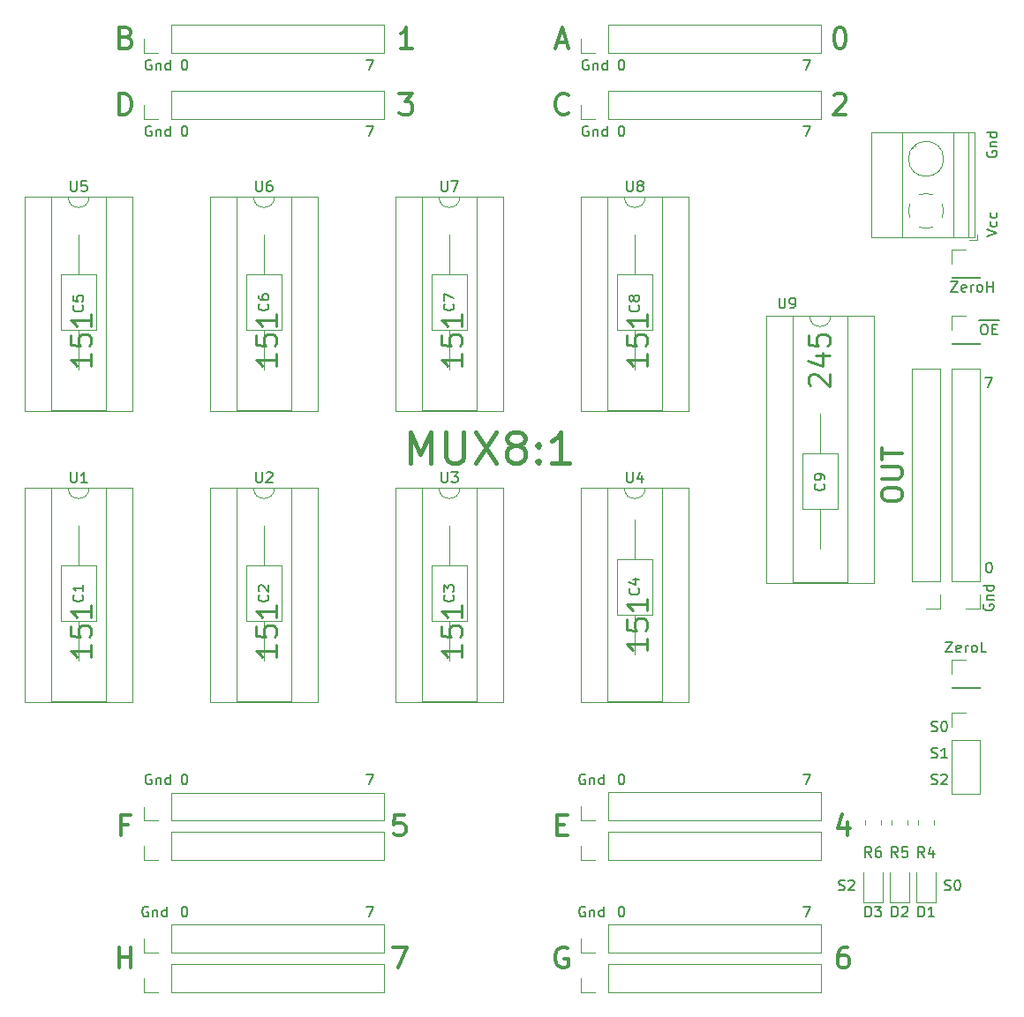
<source format=gbr>
%TF.GenerationSoftware,KiCad,Pcbnew,(5.1.8)-1*%
%TF.CreationDate,2023-08-11T23:22:34+03:00*%
%TF.ProjectId,MUX8x1-v5,4d555838-7831-42d7-9635-2e6b69636164,rev?*%
%TF.SameCoordinates,Original*%
%TF.FileFunction,Legend,Top*%
%TF.FilePolarity,Positive*%
%FSLAX46Y46*%
G04 Gerber Fmt 4.6, Leading zero omitted, Abs format (unit mm)*
G04 Created by KiCad (PCBNEW (5.1.8)-1) date 2023-08-11 23:22:34*
%MOMM*%
%LPD*%
G01*
G04 APERTURE LIST*
%ADD10C,0.150000*%
%ADD11C,0.250000*%
%ADD12C,0.400000*%
%ADD13C,0.300000*%
%ADD14C,0.120000*%
G04 APERTURE END LIST*
D10*
X149717380Y-66444880D02*
X150384047Y-66444880D01*
X149717380Y-67444880D01*
X150384047Y-67444880D01*
X151145952Y-67397261D02*
X151050714Y-67444880D01*
X150860238Y-67444880D01*
X150765000Y-67397261D01*
X150717380Y-67302023D01*
X150717380Y-66921071D01*
X150765000Y-66825833D01*
X150860238Y-66778214D01*
X151050714Y-66778214D01*
X151145952Y-66825833D01*
X151193571Y-66921071D01*
X151193571Y-67016309D01*
X150717380Y-67111547D01*
X151622142Y-67444880D02*
X151622142Y-66778214D01*
X151622142Y-66968690D02*
X151669761Y-66873452D01*
X151717380Y-66825833D01*
X151812619Y-66778214D01*
X151907857Y-66778214D01*
X152384047Y-67444880D02*
X152288809Y-67397261D01*
X152241190Y-67349642D01*
X152193571Y-67254404D01*
X152193571Y-66968690D01*
X152241190Y-66873452D01*
X152288809Y-66825833D01*
X152384047Y-66778214D01*
X152526904Y-66778214D01*
X152622142Y-66825833D01*
X152669761Y-66873452D01*
X152717380Y-66968690D01*
X152717380Y-67254404D01*
X152669761Y-67349642D01*
X152622142Y-67397261D01*
X152526904Y-67444880D01*
X152384047Y-67444880D01*
X153145952Y-67444880D02*
X153145952Y-66444880D01*
X153145952Y-66921071D02*
X153717380Y-66921071D01*
X153717380Y-67444880D02*
X153717380Y-66444880D01*
D11*
X136255238Y-76453690D02*
X136160000Y-76358452D01*
X136064761Y-76167976D01*
X136064761Y-75691785D01*
X136160000Y-75501309D01*
X136255238Y-75406071D01*
X136445714Y-75310833D01*
X136636190Y-75310833D01*
X136921904Y-75406071D01*
X138064761Y-76548928D01*
X138064761Y-75310833D01*
X136731428Y-73596547D02*
X138064761Y-73596547D01*
X135969523Y-74072738D02*
X137398095Y-74548928D01*
X137398095Y-73310833D01*
X136064761Y-71596547D02*
X136064761Y-72548928D01*
X137017142Y-72644166D01*
X136921904Y-72548928D01*
X136826666Y-72358452D01*
X136826666Y-71882261D01*
X136921904Y-71691785D01*
X137017142Y-71596547D01*
X137207619Y-71501309D01*
X137683809Y-71501309D01*
X137874285Y-71596547D01*
X137969523Y-71691785D01*
X138064761Y-71882261D01*
X138064761Y-72358452D01*
X137969523Y-72548928D01*
X137874285Y-72644166D01*
X67262261Y-73405833D02*
X67262261Y-74548690D01*
X67262261Y-73977261D02*
X65262261Y-73977261D01*
X65547976Y-74167738D01*
X65738452Y-74358214D01*
X65833690Y-74548690D01*
X65262261Y-71596309D02*
X65262261Y-72548690D01*
X66214642Y-72643928D01*
X66119404Y-72548690D01*
X66024166Y-72358214D01*
X66024166Y-71882023D01*
X66119404Y-71691547D01*
X66214642Y-71596309D01*
X66405119Y-71501071D01*
X66881309Y-71501071D01*
X67071785Y-71596309D01*
X67167023Y-71691547D01*
X67262261Y-71882023D01*
X67262261Y-72358214D01*
X67167023Y-72548690D01*
X67071785Y-72643928D01*
X67262261Y-69596309D02*
X67262261Y-70739166D01*
X67262261Y-70167738D02*
X65262261Y-70167738D01*
X65547976Y-70358214D01*
X65738452Y-70548690D01*
X65833690Y-70739166D01*
X85042261Y-73405833D02*
X85042261Y-74548690D01*
X85042261Y-73977261D02*
X83042261Y-73977261D01*
X83327976Y-74167738D01*
X83518452Y-74358214D01*
X83613690Y-74548690D01*
X83042261Y-71596309D02*
X83042261Y-72548690D01*
X83994642Y-72643928D01*
X83899404Y-72548690D01*
X83804166Y-72358214D01*
X83804166Y-71882023D01*
X83899404Y-71691547D01*
X83994642Y-71596309D01*
X84185119Y-71501071D01*
X84661309Y-71501071D01*
X84851785Y-71596309D01*
X84947023Y-71691547D01*
X85042261Y-71882023D01*
X85042261Y-72358214D01*
X84947023Y-72548690D01*
X84851785Y-72643928D01*
X85042261Y-69596309D02*
X85042261Y-70739166D01*
X85042261Y-70167738D02*
X83042261Y-70167738D01*
X83327976Y-70358214D01*
X83518452Y-70548690D01*
X83613690Y-70739166D01*
X102822261Y-73405833D02*
X102822261Y-74548690D01*
X102822261Y-73977261D02*
X100822261Y-73977261D01*
X101107976Y-74167738D01*
X101298452Y-74358214D01*
X101393690Y-74548690D01*
X100822261Y-71596309D02*
X100822261Y-72548690D01*
X101774642Y-72643928D01*
X101679404Y-72548690D01*
X101584166Y-72358214D01*
X101584166Y-71882023D01*
X101679404Y-71691547D01*
X101774642Y-71596309D01*
X101965119Y-71501071D01*
X102441309Y-71501071D01*
X102631785Y-71596309D01*
X102727023Y-71691547D01*
X102822261Y-71882023D01*
X102822261Y-72358214D01*
X102727023Y-72548690D01*
X102631785Y-72643928D01*
X102822261Y-69596309D02*
X102822261Y-70739166D01*
X102822261Y-70167738D02*
X100822261Y-70167738D01*
X101107976Y-70358214D01*
X101298452Y-70548690D01*
X101393690Y-70739166D01*
X120602261Y-73405833D02*
X120602261Y-74548690D01*
X120602261Y-73977261D02*
X118602261Y-73977261D01*
X118887976Y-74167738D01*
X119078452Y-74358214D01*
X119173690Y-74548690D01*
X118602261Y-71596309D02*
X118602261Y-72548690D01*
X119554642Y-72643928D01*
X119459404Y-72548690D01*
X119364166Y-72358214D01*
X119364166Y-71882023D01*
X119459404Y-71691547D01*
X119554642Y-71596309D01*
X119745119Y-71501071D01*
X120221309Y-71501071D01*
X120411785Y-71596309D01*
X120507023Y-71691547D01*
X120602261Y-71882023D01*
X120602261Y-72358214D01*
X120507023Y-72548690D01*
X120411785Y-72643928D01*
X120602261Y-69596309D02*
X120602261Y-70739166D01*
X120602261Y-70167738D02*
X118602261Y-70167738D01*
X118887976Y-70358214D01*
X119078452Y-70548690D01*
X119173690Y-70739166D01*
X120602261Y-100710833D02*
X120602261Y-101853690D01*
X120602261Y-101282261D02*
X118602261Y-101282261D01*
X118887976Y-101472738D01*
X119078452Y-101663214D01*
X119173690Y-101853690D01*
X118602261Y-98901309D02*
X118602261Y-99853690D01*
X119554642Y-99948928D01*
X119459404Y-99853690D01*
X119364166Y-99663214D01*
X119364166Y-99187023D01*
X119459404Y-98996547D01*
X119554642Y-98901309D01*
X119745119Y-98806071D01*
X120221309Y-98806071D01*
X120411785Y-98901309D01*
X120507023Y-98996547D01*
X120602261Y-99187023D01*
X120602261Y-99663214D01*
X120507023Y-99853690D01*
X120411785Y-99948928D01*
X120602261Y-96901309D02*
X120602261Y-98044166D01*
X120602261Y-97472738D02*
X118602261Y-97472738D01*
X118887976Y-97663214D01*
X119078452Y-97853690D01*
X119173690Y-98044166D01*
X102822261Y-101345833D02*
X102822261Y-102488690D01*
X102822261Y-101917261D02*
X100822261Y-101917261D01*
X101107976Y-102107738D01*
X101298452Y-102298214D01*
X101393690Y-102488690D01*
X100822261Y-99536309D02*
X100822261Y-100488690D01*
X101774642Y-100583928D01*
X101679404Y-100488690D01*
X101584166Y-100298214D01*
X101584166Y-99822023D01*
X101679404Y-99631547D01*
X101774642Y-99536309D01*
X101965119Y-99441071D01*
X102441309Y-99441071D01*
X102631785Y-99536309D01*
X102727023Y-99631547D01*
X102822261Y-99822023D01*
X102822261Y-100298214D01*
X102727023Y-100488690D01*
X102631785Y-100583928D01*
X102822261Y-97536309D02*
X102822261Y-98679166D01*
X102822261Y-98107738D02*
X100822261Y-98107738D01*
X101107976Y-98298214D01*
X101298452Y-98488690D01*
X101393690Y-98679166D01*
X85042261Y-101345833D02*
X85042261Y-102488690D01*
X85042261Y-101917261D02*
X83042261Y-101917261D01*
X83327976Y-102107738D01*
X83518452Y-102298214D01*
X83613690Y-102488690D01*
X83042261Y-99536309D02*
X83042261Y-100488690D01*
X83994642Y-100583928D01*
X83899404Y-100488690D01*
X83804166Y-100298214D01*
X83804166Y-99822023D01*
X83899404Y-99631547D01*
X83994642Y-99536309D01*
X84185119Y-99441071D01*
X84661309Y-99441071D01*
X84851785Y-99536309D01*
X84947023Y-99631547D01*
X85042261Y-99822023D01*
X85042261Y-100298214D01*
X84947023Y-100488690D01*
X84851785Y-100583928D01*
X85042261Y-97536309D02*
X85042261Y-98679166D01*
X85042261Y-98107738D02*
X83042261Y-98107738D01*
X83327976Y-98298214D01*
X83518452Y-98488690D01*
X83613690Y-98679166D01*
X67262261Y-101345833D02*
X67262261Y-102488690D01*
X67262261Y-101917261D02*
X65262261Y-101917261D01*
X65547976Y-102107738D01*
X65738452Y-102298214D01*
X65833690Y-102488690D01*
X65262261Y-99536309D02*
X65262261Y-100488690D01*
X66214642Y-100583928D01*
X66119404Y-100488690D01*
X66024166Y-100298214D01*
X66024166Y-99822023D01*
X66119404Y-99631547D01*
X66214642Y-99536309D01*
X66405119Y-99441071D01*
X66881309Y-99441071D01*
X67071785Y-99536309D01*
X67167023Y-99631547D01*
X67262261Y-99822023D01*
X67262261Y-100298214D01*
X67167023Y-100488690D01*
X67071785Y-100583928D01*
X67262261Y-97536309D02*
X67262261Y-98679166D01*
X67262261Y-98107738D02*
X65262261Y-98107738D01*
X65547976Y-98298214D01*
X65738452Y-98488690D01*
X65833690Y-98679166D01*
D12*
X97838571Y-83907142D02*
X97838571Y-80907142D01*
X98838571Y-83050000D01*
X99838571Y-80907142D01*
X99838571Y-83907142D01*
X101267142Y-80907142D02*
X101267142Y-83335714D01*
X101410000Y-83621428D01*
X101552857Y-83764285D01*
X101838571Y-83907142D01*
X102410000Y-83907142D01*
X102695714Y-83764285D01*
X102838571Y-83621428D01*
X102981428Y-83335714D01*
X102981428Y-80907142D01*
X104124285Y-80907142D02*
X106124285Y-83907142D01*
X106124285Y-80907142D02*
X104124285Y-83907142D01*
X107695714Y-82192857D02*
X107410000Y-82050000D01*
X107267142Y-81907142D01*
X107124285Y-81621428D01*
X107124285Y-81478571D01*
X107267142Y-81192857D01*
X107410000Y-81050000D01*
X107695714Y-80907142D01*
X108267142Y-80907142D01*
X108552857Y-81050000D01*
X108695714Y-81192857D01*
X108838571Y-81478571D01*
X108838571Y-81621428D01*
X108695714Y-81907142D01*
X108552857Y-82050000D01*
X108267142Y-82192857D01*
X107695714Y-82192857D01*
X107410000Y-82335714D01*
X107267142Y-82478571D01*
X107124285Y-82764285D01*
X107124285Y-83335714D01*
X107267142Y-83621428D01*
X107410000Y-83764285D01*
X107695714Y-83907142D01*
X108267142Y-83907142D01*
X108552857Y-83764285D01*
X108695714Y-83621428D01*
X108838571Y-83335714D01*
X108838571Y-82764285D01*
X108695714Y-82478571D01*
X108552857Y-82335714D01*
X108267142Y-82192857D01*
X110124285Y-83621428D02*
X110267142Y-83764285D01*
X110124285Y-83907142D01*
X109981428Y-83764285D01*
X110124285Y-83621428D01*
X110124285Y-83907142D01*
X110124285Y-82050000D02*
X110267142Y-82192857D01*
X110124285Y-82335714D01*
X109981428Y-82192857D01*
X110124285Y-82050000D01*
X110124285Y-82335714D01*
X113124285Y-83907142D02*
X111410000Y-83907142D01*
X112267142Y-83907142D02*
X112267142Y-80907142D01*
X111981428Y-81335714D01*
X111695714Y-81621428D01*
X111410000Y-81764285D01*
D13*
X143049761Y-87090000D02*
X143049761Y-86709047D01*
X143145000Y-86518571D01*
X143335476Y-86328095D01*
X143716428Y-86232857D01*
X144383095Y-86232857D01*
X144764047Y-86328095D01*
X144954523Y-86518571D01*
X145049761Y-86709047D01*
X145049761Y-87090000D01*
X144954523Y-87280476D01*
X144764047Y-87470952D01*
X144383095Y-87566190D01*
X143716428Y-87566190D01*
X143335476Y-87470952D01*
X143145000Y-87280476D01*
X143049761Y-87090000D01*
X143049761Y-85375714D02*
X144668809Y-85375714D01*
X144859285Y-85280476D01*
X144954523Y-85185238D01*
X145049761Y-84994761D01*
X145049761Y-84613809D01*
X144954523Y-84423333D01*
X144859285Y-84328095D01*
X144668809Y-84232857D01*
X143049761Y-84232857D01*
X143049761Y-83566190D02*
X143049761Y-82423333D01*
X145049761Y-82994761D02*
X143049761Y-82994761D01*
D10*
X73017142Y-51570000D02*
X72921904Y-51522380D01*
X72779047Y-51522380D01*
X72636190Y-51570000D01*
X72540952Y-51665238D01*
X72493333Y-51760476D01*
X72445714Y-51950952D01*
X72445714Y-52093809D01*
X72493333Y-52284285D01*
X72540952Y-52379523D01*
X72636190Y-52474761D01*
X72779047Y-52522380D01*
X72874285Y-52522380D01*
X73017142Y-52474761D01*
X73064761Y-52427142D01*
X73064761Y-52093809D01*
X72874285Y-52093809D01*
X73493333Y-51855714D02*
X73493333Y-52522380D01*
X73493333Y-51950952D02*
X73540952Y-51903333D01*
X73636190Y-51855714D01*
X73779047Y-51855714D01*
X73874285Y-51903333D01*
X73921904Y-51998571D01*
X73921904Y-52522380D01*
X74826666Y-52522380D02*
X74826666Y-51522380D01*
X74826666Y-52474761D02*
X74731428Y-52522380D01*
X74540952Y-52522380D01*
X74445714Y-52474761D01*
X74398095Y-52427142D01*
X74350476Y-52331904D01*
X74350476Y-52046190D01*
X74398095Y-51950952D01*
X74445714Y-51903333D01*
X74540952Y-51855714D01*
X74731428Y-51855714D01*
X74826666Y-51903333D01*
X73017142Y-45220000D02*
X72921904Y-45172380D01*
X72779047Y-45172380D01*
X72636190Y-45220000D01*
X72540952Y-45315238D01*
X72493333Y-45410476D01*
X72445714Y-45600952D01*
X72445714Y-45743809D01*
X72493333Y-45934285D01*
X72540952Y-46029523D01*
X72636190Y-46124761D01*
X72779047Y-46172380D01*
X72874285Y-46172380D01*
X73017142Y-46124761D01*
X73064761Y-46077142D01*
X73064761Y-45743809D01*
X72874285Y-45743809D01*
X73493333Y-45505714D02*
X73493333Y-46172380D01*
X73493333Y-45600952D02*
X73540952Y-45553333D01*
X73636190Y-45505714D01*
X73779047Y-45505714D01*
X73874285Y-45553333D01*
X73921904Y-45648571D01*
X73921904Y-46172380D01*
X74826666Y-46172380D02*
X74826666Y-45172380D01*
X74826666Y-46124761D02*
X74731428Y-46172380D01*
X74540952Y-46172380D01*
X74445714Y-46124761D01*
X74398095Y-46077142D01*
X74350476Y-45981904D01*
X74350476Y-45696190D01*
X74398095Y-45600952D01*
X74445714Y-45553333D01*
X74540952Y-45505714D01*
X74731428Y-45505714D01*
X74826666Y-45553333D01*
X114927142Y-51570000D02*
X114831904Y-51522380D01*
X114689047Y-51522380D01*
X114546190Y-51570000D01*
X114450952Y-51665238D01*
X114403333Y-51760476D01*
X114355714Y-51950952D01*
X114355714Y-52093809D01*
X114403333Y-52284285D01*
X114450952Y-52379523D01*
X114546190Y-52474761D01*
X114689047Y-52522380D01*
X114784285Y-52522380D01*
X114927142Y-52474761D01*
X114974761Y-52427142D01*
X114974761Y-52093809D01*
X114784285Y-52093809D01*
X115403333Y-51855714D02*
X115403333Y-52522380D01*
X115403333Y-51950952D02*
X115450952Y-51903333D01*
X115546190Y-51855714D01*
X115689047Y-51855714D01*
X115784285Y-51903333D01*
X115831904Y-51998571D01*
X115831904Y-52522380D01*
X116736666Y-52522380D02*
X116736666Y-51522380D01*
X116736666Y-52474761D02*
X116641428Y-52522380D01*
X116450952Y-52522380D01*
X116355714Y-52474761D01*
X116308095Y-52427142D01*
X116260476Y-52331904D01*
X116260476Y-52046190D01*
X116308095Y-51950952D01*
X116355714Y-51903333D01*
X116450952Y-51855714D01*
X116641428Y-51855714D01*
X116736666Y-51903333D01*
X114927142Y-45220000D02*
X114831904Y-45172380D01*
X114689047Y-45172380D01*
X114546190Y-45220000D01*
X114450952Y-45315238D01*
X114403333Y-45410476D01*
X114355714Y-45600952D01*
X114355714Y-45743809D01*
X114403333Y-45934285D01*
X114450952Y-46029523D01*
X114546190Y-46124761D01*
X114689047Y-46172380D01*
X114784285Y-46172380D01*
X114927142Y-46124761D01*
X114974761Y-46077142D01*
X114974761Y-45743809D01*
X114784285Y-45743809D01*
X115403333Y-45505714D02*
X115403333Y-46172380D01*
X115403333Y-45600952D02*
X115450952Y-45553333D01*
X115546190Y-45505714D01*
X115689047Y-45505714D01*
X115784285Y-45553333D01*
X115831904Y-45648571D01*
X115831904Y-46172380D01*
X116736666Y-46172380D02*
X116736666Y-45172380D01*
X116736666Y-46124761D02*
X116641428Y-46172380D01*
X116450952Y-46172380D01*
X116355714Y-46124761D01*
X116308095Y-46077142D01*
X116260476Y-45981904D01*
X116260476Y-45696190D01*
X116308095Y-45600952D01*
X116355714Y-45553333D01*
X116450952Y-45505714D01*
X116641428Y-45505714D01*
X116736666Y-45553333D01*
X114609642Y-113800000D02*
X114514404Y-113752380D01*
X114371547Y-113752380D01*
X114228690Y-113800000D01*
X114133452Y-113895238D01*
X114085833Y-113990476D01*
X114038214Y-114180952D01*
X114038214Y-114323809D01*
X114085833Y-114514285D01*
X114133452Y-114609523D01*
X114228690Y-114704761D01*
X114371547Y-114752380D01*
X114466785Y-114752380D01*
X114609642Y-114704761D01*
X114657261Y-114657142D01*
X114657261Y-114323809D01*
X114466785Y-114323809D01*
X115085833Y-114085714D02*
X115085833Y-114752380D01*
X115085833Y-114180952D02*
X115133452Y-114133333D01*
X115228690Y-114085714D01*
X115371547Y-114085714D01*
X115466785Y-114133333D01*
X115514404Y-114228571D01*
X115514404Y-114752380D01*
X116419166Y-114752380D02*
X116419166Y-113752380D01*
X116419166Y-114704761D02*
X116323928Y-114752380D01*
X116133452Y-114752380D01*
X116038214Y-114704761D01*
X115990595Y-114657142D01*
X115942976Y-114561904D01*
X115942976Y-114276190D01*
X115990595Y-114180952D01*
X116038214Y-114133333D01*
X116133452Y-114085714D01*
X116323928Y-114085714D01*
X116419166Y-114133333D01*
X114609642Y-126500000D02*
X114514404Y-126452380D01*
X114371547Y-126452380D01*
X114228690Y-126500000D01*
X114133452Y-126595238D01*
X114085833Y-126690476D01*
X114038214Y-126880952D01*
X114038214Y-127023809D01*
X114085833Y-127214285D01*
X114133452Y-127309523D01*
X114228690Y-127404761D01*
X114371547Y-127452380D01*
X114466785Y-127452380D01*
X114609642Y-127404761D01*
X114657261Y-127357142D01*
X114657261Y-127023809D01*
X114466785Y-127023809D01*
X115085833Y-126785714D02*
X115085833Y-127452380D01*
X115085833Y-126880952D02*
X115133452Y-126833333D01*
X115228690Y-126785714D01*
X115371547Y-126785714D01*
X115466785Y-126833333D01*
X115514404Y-126928571D01*
X115514404Y-127452380D01*
X116419166Y-127452380D02*
X116419166Y-126452380D01*
X116419166Y-127404761D02*
X116323928Y-127452380D01*
X116133452Y-127452380D01*
X116038214Y-127404761D01*
X115990595Y-127357142D01*
X115942976Y-127261904D01*
X115942976Y-126976190D01*
X115990595Y-126880952D01*
X116038214Y-126833333D01*
X116133452Y-126785714D01*
X116323928Y-126785714D01*
X116419166Y-126833333D01*
X72699642Y-126500000D02*
X72604404Y-126452380D01*
X72461547Y-126452380D01*
X72318690Y-126500000D01*
X72223452Y-126595238D01*
X72175833Y-126690476D01*
X72128214Y-126880952D01*
X72128214Y-127023809D01*
X72175833Y-127214285D01*
X72223452Y-127309523D01*
X72318690Y-127404761D01*
X72461547Y-127452380D01*
X72556785Y-127452380D01*
X72699642Y-127404761D01*
X72747261Y-127357142D01*
X72747261Y-127023809D01*
X72556785Y-127023809D01*
X73175833Y-126785714D02*
X73175833Y-127452380D01*
X73175833Y-126880952D02*
X73223452Y-126833333D01*
X73318690Y-126785714D01*
X73461547Y-126785714D01*
X73556785Y-126833333D01*
X73604404Y-126928571D01*
X73604404Y-127452380D01*
X74509166Y-127452380D02*
X74509166Y-126452380D01*
X74509166Y-127404761D02*
X74413928Y-127452380D01*
X74223452Y-127452380D01*
X74128214Y-127404761D01*
X74080595Y-127357142D01*
X74032976Y-127261904D01*
X74032976Y-126976190D01*
X74080595Y-126880952D01*
X74128214Y-126833333D01*
X74223452Y-126785714D01*
X74413928Y-126785714D01*
X74509166Y-126833333D01*
X73017142Y-113800000D02*
X72921904Y-113752380D01*
X72779047Y-113752380D01*
X72636190Y-113800000D01*
X72540952Y-113895238D01*
X72493333Y-113990476D01*
X72445714Y-114180952D01*
X72445714Y-114323809D01*
X72493333Y-114514285D01*
X72540952Y-114609523D01*
X72636190Y-114704761D01*
X72779047Y-114752380D01*
X72874285Y-114752380D01*
X73017142Y-114704761D01*
X73064761Y-114657142D01*
X73064761Y-114323809D01*
X72874285Y-114323809D01*
X73493333Y-114085714D02*
X73493333Y-114752380D01*
X73493333Y-114180952D02*
X73540952Y-114133333D01*
X73636190Y-114085714D01*
X73779047Y-114085714D01*
X73874285Y-114133333D01*
X73921904Y-114228571D01*
X73921904Y-114752380D01*
X74826666Y-114752380D02*
X74826666Y-113752380D01*
X74826666Y-114704761D02*
X74731428Y-114752380D01*
X74540952Y-114752380D01*
X74445714Y-114704761D01*
X74398095Y-114657142D01*
X74350476Y-114561904D01*
X74350476Y-114276190D01*
X74398095Y-114180952D01*
X74445714Y-114133333D01*
X74540952Y-114085714D01*
X74731428Y-114085714D01*
X74826666Y-114133333D01*
X152852500Y-97480357D02*
X152804880Y-97575595D01*
X152804880Y-97718452D01*
X152852500Y-97861309D01*
X152947738Y-97956547D01*
X153042976Y-98004166D01*
X153233452Y-98051785D01*
X153376309Y-98051785D01*
X153566785Y-98004166D01*
X153662023Y-97956547D01*
X153757261Y-97861309D01*
X153804880Y-97718452D01*
X153804880Y-97623214D01*
X153757261Y-97480357D01*
X153709642Y-97432738D01*
X153376309Y-97432738D01*
X153376309Y-97623214D01*
X153138214Y-97004166D02*
X153804880Y-97004166D01*
X153233452Y-97004166D02*
X153185833Y-96956547D01*
X153138214Y-96861309D01*
X153138214Y-96718452D01*
X153185833Y-96623214D01*
X153281071Y-96575595D01*
X153804880Y-96575595D01*
X153804880Y-95670833D02*
X152804880Y-95670833D01*
X153757261Y-95670833D02*
X153804880Y-95766071D01*
X153804880Y-95956547D01*
X153757261Y-96051785D01*
X153709642Y-96099404D01*
X153614404Y-96147023D01*
X153328690Y-96147023D01*
X153233452Y-96099404D01*
X153185833Y-96051785D01*
X153138214Y-95956547D01*
X153138214Y-95766071D01*
X153185833Y-95670833D01*
X153019166Y-75652380D02*
X153685833Y-75652380D01*
X153257261Y-76652380D01*
X153304880Y-93432380D02*
X153400119Y-93432380D01*
X153495357Y-93480000D01*
X153542976Y-93527619D01*
X153590595Y-93622857D01*
X153638214Y-93813333D01*
X153638214Y-94051428D01*
X153590595Y-94241904D01*
X153542976Y-94337142D01*
X153495357Y-94384761D01*
X153400119Y-94432380D01*
X153304880Y-94432380D01*
X153209642Y-94384761D01*
X153162023Y-94337142D01*
X153114404Y-94241904D01*
X153066785Y-94051428D01*
X153066785Y-93813333D01*
X153114404Y-93622857D01*
X153162023Y-93527619D01*
X153209642Y-93480000D01*
X153304880Y-93432380D01*
D13*
X96170833Y-130349761D02*
X97504166Y-130349761D01*
X96647023Y-132349761D01*
X97313690Y-117649761D02*
X96361309Y-117649761D01*
X96266071Y-118602142D01*
X96361309Y-118506904D01*
X96551785Y-118411666D01*
X97027976Y-118411666D01*
X97218452Y-118506904D01*
X97313690Y-118602142D01*
X97408928Y-118792619D01*
X97408928Y-119268809D01*
X97313690Y-119459285D01*
X97218452Y-119554523D01*
X97027976Y-119649761D01*
X96551785Y-119649761D01*
X96361309Y-119554523D01*
X96266071Y-119459285D01*
X139763452Y-130349761D02*
X139382500Y-130349761D01*
X139192023Y-130445000D01*
X139096785Y-130540238D01*
X138906309Y-130825952D01*
X138811071Y-131206904D01*
X138811071Y-131968809D01*
X138906309Y-132159285D01*
X139001547Y-132254523D01*
X139192023Y-132349761D01*
X139572976Y-132349761D01*
X139763452Y-132254523D01*
X139858690Y-132159285D01*
X139953928Y-131968809D01*
X139953928Y-131492619D01*
X139858690Y-131302142D01*
X139763452Y-131206904D01*
X139572976Y-131111666D01*
X139192023Y-131111666D01*
X139001547Y-131206904D01*
X138906309Y-131302142D01*
X138811071Y-131492619D01*
X139763452Y-118316428D02*
X139763452Y-119649761D01*
X139287261Y-117554523D02*
X138811071Y-118983095D01*
X140049166Y-118983095D01*
X96805833Y-48434761D02*
X98043928Y-48434761D01*
X97377261Y-49196666D01*
X97662976Y-49196666D01*
X97853452Y-49291904D01*
X97948690Y-49387142D01*
X98043928Y-49577619D01*
X98043928Y-50053809D01*
X97948690Y-50244285D01*
X97853452Y-50339523D01*
X97662976Y-50434761D01*
X97091547Y-50434761D01*
X96901071Y-50339523D01*
X96805833Y-50244285D01*
X98043928Y-44084761D02*
X96901071Y-44084761D01*
X97472500Y-44084761D02*
X97472500Y-42084761D01*
X97282023Y-42370476D01*
X97091547Y-42560952D01*
X96901071Y-42656190D01*
X138493571Y-48625238D02*
X138588809Y-48530000D01*
X138779285Y-48434761D01*
X139255476Y-48434761D01*
X139445952Y-48530000D01*
X139541190Y-48625238D01*
X139636428Y-48815714D01*
X139636428Y-49006190D01*
X139541190Y-49291904D01*
X138398333Y-50434761D01*
X139636428Y-50434761D01*
X138969761Y-42084761D02*
X139160238Y-42084761D01*
X139350714Y-42180000D01*
X139445952Y-42275238D01*
X139541190Y-42465714D01*
X139636428Y-42846666D01*
X139636428Y-43322857D01*
X139541190Y-43703809D01*
X139445952Y-43894285D01*
X139350714Y-43989523D01*
X139160238Y-44084761D01*
X138969761Y-44084761D01*
X138779285Y-43989523D01*
X138684047Y-43894285D01*
X138588809Y-43703809D01*
X138493571Y-43322857D01*
X138493571Y-42846666D01*
X138588809Y-42465714D01*
X138684047Y-42275238D01*
X138779285Y-42180000D01*
X138969761Y-42084761D01*
D10*
X138938095Y-124864761D02*
X139080952Y-124912380D01*
X139319047Y-124912380D01*
X139414285Y-124864761D01*
X139461904Y-124817142D01*
X139509523Y-124721904D01*
X139509523Y-124626666D01*
X139461904Y-124531428D01*
X139414285Y-124483809D01*
X139319047Y-124436190D01*
X139128571Y-124388571D01*
X139033333Y-124340952D01*
X138985714Y-124293333D01*
X138938095Y-124198095D01*
X138938095Y-124102857D01*
X138985714Y-124007619D01*
X139033333Y-123960000D01*
X139128571Y-123912380D01*
X139366666Y-123912380D01*
X139509523Y-123960000D01*
X139890476Y-124007619D02*
X139938095Y-123960000D01*
X140033333Y-123912380D01*
X140271428Y-123912380D01*
X140366666Y-123960000D01*
X140414285Y-124007619D01*
X140461904Y-124102857D01*
X140461904Y-124198095D01*
X140414285Y-124340952D01*
X139842857Y-124912380D01*
X140461904Y-124912380D01*
X149098095Y-124864761D02*
X149240952Y-124912380D01*
X149479047Y-124912380D01*
X149574285Y-124864761D01*
X149621904Y-124817142D01*
X149669523Y-124721904D01*
X149669523Y-124626666D01*
X149621904Y-124531428D01*
X149574285Y-124483809D01*
X149479047Y-124436190D01*
X149288571Y-124388571D01*
X149193333Y-124340952D01*
X149145714Y-124293333D01*
X149098095Y-124198095D01*
X149098095Y-124102857D01*
X149145714Y-124007619D01*
X149193333Y-123960000D01*
X149288571Y-123912380D01*
X149526666Y-123912380D01*
X149669523Y-123960000D01*
X150288571Y-123912380D02*
X150383809Y-123912380D01*
X150479047Y-123960000D01*
X150526666Y-124007619D01*
X150574285Y-124102857D01*
X150621904Y-124293333D01*
X150621904Y-124531428D01*
X150574285Y-124721904D01*
X150526666Y-124817142D01*
X150479047Y-124864761D01*
X150383809Y-124912380D01*
X150288571Y-124912380D01*
X150193333Y-124864761D01*
X150145714Y-124817142D01*
X150098095Y-124721904D01*
X150050476Y-124531428D01*
X150050476Y-124293333D01*
X150098095Y-124102857D01*
X150145714Y-124007619D01*
X150193333Y-123960000D01*
X150288571Y-123912380D01*
D13*
X69961190Y-50434761D02*
X69961190Y-48434761D01*
X70437380Y-48434761D01*
X70723095Y-48530000D01*
X70913571Y-48720476D01*
X71008809Y-48910952D01*
X71104047Y-49291904D01*
X71104047Y-49577619D01*
X71008809Y-49958571D01*
X70913571Y-50149047D01*
X70723095Y-50339523D01*
X70437380Y-50434761D01*
X69961190Y-50434761D01*
X113014047Y-50244285D02*
X112918809Y-50339523D01*
X112633095Y-50434761D01*
X112442619Y-50434761D01*
X112156904Y-50339523D01*
X111966428Y-50149047D01*
X111871190Y-49958571D01*
X111775952Y-49577619D01*
X111775952Y-49291904D01*
X111871190Y-48910952D01*
X111966428Y-48720476D01*
X112156904Y-48530000D01*
X112442619Y-48434761D01*
X112633095Y-48434761D01*
X112918809Y-48530000D01*
X113014047Y-48625238D01*
X111966428Y-118602142D02*
X112633095Y-118602142D01*
X112918809Y-119649761D02*
X111966428Y-119649761D01*
X111966428Y-117649761D01*
X112918809Y-117649761D01*
X70770714Y-118602142D02*
X70104047Y-118602142D01*
X70104047Y-119649761D02*
X70104047Y-117649761D01*
X71056428Y-117649761D01*
X69913571Y-132349761D02*
X69913571Y-130349761D01*
X69913571Y-131302142D02*
X71056428Y-131302142D01*
X71056428Y-132349761D02*
X71056428Y-130349761D01*
X112918809Y-130445000D02*
X112728333Y-130349761D01*
X112442619Y-130349761D01*
X112156904Y-130445000D01*
X111966428Y-130635476D01*
X111871190Y-130825952D01*
X111775952Y-131206904D01*
X111775952Y-131492619D01*
X111871190Y-131873571D01*
X111966428Y-132064047D01*
X112156904Y-132254523D01*
X112442619Y-132349761D01*
X112633095Y-132349761D01*
X112918809Y-132254523D01*
X113014047Y-132159285D01*
X113014047Y-131492619D01*
X112633095Y-131492619D01*
X70627857Y-43037142D02*
X70913571Y-43132380D01*
X71008809Y-43227619D01*
X71104047Y-43418095D01*
X71104047Y-43703809D01*
X71008809Y-43894285D01*
X70913571Y-43989523D01*
X70723095Y-44084761D01*
X69961190Y-44084761D01*
X69961190Y-42084761D01*
X70627857Y-42084761D01*
X70818333Y-42180000D01*
X70913571Y-42275238D01*
X71008809Y-42465714D01*
X71008809Y-42656190D01*
X70913571Y-42846666D01*
X70818333Y-42941904D01*
X70627857Y-43037142D01*
X69961190Y-43037142D01*
X111918809Y-43513333D02*
X112871190Y-43513333D01*
X111728333Y-44084761D02*
X112395000Y-42084761D01*
X113061666Y-44084761D01*
D10*
X118062380Y-45172380D02*
X118157619Y-45172380D01*
X118252857Y-45220000D01*
X118300476Y-45267619D01*
X118348095Y-45362857D01*
X118395714Y-45553333D01*
X118395714Y-45791428D01*
X118348095Y-45981904D01*
X118300476Y-46077142D01*
X118252857Y-46124761D01*
X118157619Y-46172380D01*
X118062380Y-46172380D01*
X117967142Y-46124761D01*
X117919523Y-46077142D01*
X117871904Y-45981904D01*
X117824285Y-45791428D01*
X117824285Y-45553333D01*
X117871904Y-45362857D01*
X117919523Y-45267619D01*
X117967142Y-45220000D01*
X118062380Y-45172380D01*
X135556666Y-45172380D02*
X136223333Y-45172380D01*
X135794761Y-46172380D01*
X76152380Y-45172380D02*
X76247619Y-45172380D01*
X76342857Y-45220000D01*
X76390476Y-45267619D01*
X76438095Y-45362857D01*
X76485714Y-45553333D01*
X76485714Y-45791428D01*
X76438095Y-45981904D01*
X76390476Y-46077142D01*
X76342857Y-46124761D01*
X76247619Y-46172380D01*
X76152380Y-46172380D01*
X76057142Y-46124761D01*
X76009523Y-46077142D01*
X75961904Y-45981904D01*
X75914285Y-45791428D01*
X75914285Y-45553333D01*
X75961904Y-45362857D01*
X76009523Y-45267619D01*
X76057142Y-45220000D01*
X76152380Y-45172380D01*
X93646666Y-45172380D02*
X94313333Y-45172380D01*
X93884761Y-46172380D01*
X118062380Y-126452380D02*
X118157619Y-126452380D01*
X118252857Y-126500000D01*
X118300476Y-126547619D01*
X118348095Y-126642857D01*
X118395714Y-126833333D01*
X118395714Y-127071428D01*
X118348095Y-127261904D01*
X118300476Y-127357142D01*
X118252857Y-127404761D01*
X118157619Y-127452380D01*
X118062380Y-127452380D01*
X117967142Y-127404761D01*
X117919523Y-127357142D01*
X117871904Y-127261904D01*
X117824285Y-127071428D01*
X117824285Y-126833333D01*
X117871904Y-126642857D01*
X117919523Y-126547619D01*
X117967142Y-126500000D01*
X118062380Y-126452380D01*
X135556666Y-126452380D02*
X136223333Y-126452380D01*
X135794761Y-127452380D01*
X76152380Y-126452380D02*
X76247619Y-126452380D01*
X76342857Y-126500000D01*
X76390476Y-126547619D01*
X76438095Y-126642857D01*
X76485714Y-126833333D01*
X76485714Y-127071428D01*
X76438095Y-127261904D01*
X76390476Y-127357142D01*
X76342857Y-127404761D01*
X76247619Y-127452380D01*
X76152380Y-127452380D01*
X76057142Y-127404761D01*
X76009523Y-127357142D01*
X75961904Y-127261904D01*
X75914285Y-127071428D01*
X75914285Y-126833333D01*
X75961904Y-126642857D01*
X76009523Y-126547619D01*
X76057142Y-126500000D01*
X76152380Y-126452380D01*
X93646666Y-126452380D02*
X94313333Y-126452380D01*
X93884761Y-127452380D01*
X76152380Y-113752380D02*
X76247619Y-113752380D01*
X76342857Y-113800000D01*
X76390476Y-113847619D01*
X76438095Y-113942857D01*
X76485714Y-114133333D01*
X76485714Y-114371428D01*
X76438095Y-114561904D01*
X76390476Y-114657142D01*
X76342857Y-114704761D01*
X76247619Y-114752380D01*
X76152380Y-114752380D01*
X76057142Y-114704761D01*
X76009523Y-114657142D01*
X75961904Y-114561904D01*
X75914285Y-114371428D01*
X75914285Y-114133333D01*
X75961904Y-113942857D01*
X76009523Y-113847619D01*
X76057142Y-113800000D01*
X76152380Y-113752380D01*
X93646666Y-113752380D02*
X94313333Y-113752380D01*
X93884761Y-114752380D01*
X118062380Y-113752380D02*
X118157619Y-113752380D01*
X118252857Y-113800000D01*
X118300476Y-113847619D01*
X118348095Y-113942857D01*
X118395714Y-114133333D01*
X118395714Y-114371428D01*
X118348095Y-114561904D01*
X118300476Y-114657142D01*
X118252857Y-114704761D01*
X118157619Y-114752380D01*
X118062380Y-114752380D01*
X117967142Y-114704761D01*
X117919523Y-114657142D01*
X117871904Y-114561904D01*
X117824285Y-114371428D01*
X117824285Y-114133333D01*
X117871904Y-113942857D01*
X117919523Y-113847619D01*
X117967142Y-113800000D01*
X118062380Y-113752380D01*
X135556666Y-113752380D02*
X136223333Y-113752380D01*
X135794761Y-114752380D01*
X118062380Y-51522380D02*
X118157619Y-51522380D01*
X118252857Y-51570000D01*
X118300476Y-51617619D01*
X118348095Y-51712857D01*
X118395714Y-51903333D01*
X118395714Y-52141428D01*
X118348095Y-52331904D01*
X118300476Y-52427142D01*
X118252857Y-52474761D01*
X118157619Y-52522380D01*
X118062380Y-52522380D01*
X117967142Y-52474761D01*
X117919523Y-52427142D01*
X117871904Y-52331904D01*
X117824285Y-52141428D01*
X117824285Y-51903333D01*
X117871904Y-51712857D01*
X117919523Y-51617619D01*
X117967142Y-51570000D01*
X118062380Y-51522380D01*
X135556666Y-51522380D02*
X136223333Y-51522380D01*
X135794761Y-52522380D01*
X93646666Y-51522380D02*
X94313333Y-51522380D01*
X93884761Y-52522380D01*
X76152380Y-51522380D02*
X76247619Y-51522380D01*
X76342857Y-51570000D01*
X76390476Y-51617619D01*
X76438095Y-51712857D01*
X76485714Y-51903333D01*
X76485714Y-52141428D01*
X76438095Y-52331904D01*
X76390476Y-52427142D01*
X76342857Y-52474761D01*
X76247619Y-52522380D01*
X76152380Y-52522380D01*
X76057142Y-52474761D01*
X76009523Y-52427142D01*
X75961904Y-52331904D01*
X75914285Y-52141428D01*
X75914285Y-51903333D01*
X75961904Y-51712857D01*
X76009523Y-51617619D01*
X76057142Y-51570000D01*
X76152380Y-51522380D01*
X149201428Y-101052380D02*
X149868095Y-101052380D01*
X149201428Y-102052380D01*
X149868095Y-102052380D01*
X150630000Y-102004761D02*
X150534761Y-102052380D01*
X150344285Y-102052380D01*
X150249047Y-102004761D01*
X150201428Y-101909523D01*
X150201428Y-101528571D01*
X150249047Y-101433333D01*
X150344285Y-101385714D01*
X150534761Y-101385714D01*
X150630000Y-101433333D01*
X150677619Y-101528571D01*
X150677619Y-101623809D01*
X150201428Y-101719047D01*
X151106190Y-102052380D02*
X151106190Y-101385714D01*
X151106190Y-101576190D02*
X151153809Y-101480952D01*
X151201428Y-101433333D01*
X151296666Y-101385714D01*
X151391904Y-101385714D01*
X151868095Y-102052380D02*
X151772857Y-102004761D01*
X151725238Y-101957142D01*
X151677619Y-101861904D01*
X151677619Y-101576190D01*
X151725238Y-101480952D01*
X151772857Y-101433333D01*
X151868095Y-101385714D01*
X152010952Y-101385714D01*
X152106190Y-101433333D01*
X152153809Y-101480952D01*
X152201428Y-101576190D01*
X152201428Y-101861904D01*
X152153809Y-101957142D01*
X152106190Y-102004761D01*
X152010952Y-102052380D01*
X151868095Y-102052380D01*
X153106190Y-102052380D02*
X152630000Y-102052380D01*
X152630000Y-101052380D01*
X152376309Y-70205000D02*
X153423928Y-70205000D01*
X152804880Y-70572380D02*
X152995357Y-70572380D01*
X153090595Y-70620000D01*
X153185833Y-70715238D01*
X153233452Y-70905714D01*
X153233452Y-71239047D01*
X153185833Y-71429523D01*
X153090595Y-71524761D01*
X152995357Y-71572380D01*
X152804880Y-71572380D01*
X152709642Y-71524761D01*
X152614404Y-71429523D01*
X152566785Y-71239047D01*
X152566785Y-70905714D01*
X152614404Y-70715238D01*
X152709642Y-70620000D01*
X152804880Y-70572380D01*
X153423928Y-70205000D02*
X154328690Y-70205000D01*
X153662023Y-71048571D02*
X153995357Y-71048571D01*
X154138214Y-71572380D02*
X153662023Y-71572380D01*
X153662023Y-70572380D01*
X154138214Y-70572380D01*
X153170000Y-53982857D02*
X153122380Y-54078095D01*
X153122380Y-54220952D01*
X153170000Y-54363809D01*
X153265238Y-54459047D01*
X153360476Y-54506666D01*
X153550952Y-54554285D01*
X153693809Y-54554285D01*
X153884285Y-54506666D01*
X153979523Y-54459047D01*
X154074761Y-54363809D01*
X154122380Y-54220952D01*
X154122380Y-54125714D01*
X154074761Y-53982857D01*
X154027142Y-53935238D01*
X153693809Y-53935238D01*
X153693809Y-54125714D01*
X153455714Y-53506666D02*
X154122380Y-53506666D01*
X153550952Y-53506666D02*
X153503333Y-53459047D01*
X153455714Y-53363809D01*
X153455714Y-53220952D01*
X153503333Y-53125714D01*
X153598571Y-53078095D01*
X154122380Y-53078095D01*
X154122380Y-52173333D02*
X153122380Y-52173333D01*
X154074761Y-52173333D02*
X154122380Y-52268571D01*
X154122380Y-52459047D01*
X154074761Y-52554285D01*
X154027142Y-52601904D01*
X153931904Y-52649523D01*
X153646190Y-52649523D01*
X153550952Y-52601904D01*
X153503333Y-52554285D01*
X153455714Y-52459047D01*
X153455714Y-52268571D01*
X153503333Y-52173333D01*
X153122380Y-62150476D02*
X154122380Y-61817142D01*
X153122380Y-61483809D01*
X154074761Y-60721904D02*
X154122380Y-60817142D01*
X154122380Y-61007619D01*
X154074761Y-61102857D01*
X154027142Y-61150476D01*
X153931904Y-61198095D01*
X153646190Y-61198095D01*
X153550952Y-61150476D01*
X153503333Y-61102857D01*
X153455714Y-61007619D01*
X153455714Y-60817142D01*
X153503333Y-60721904D01*
X154074761Y-59864761D02*
X154122380Y-59960000D01*
X154122380Y-60150476D01*
X154074761Y-60245714D01*
X154027142Y-60293333D01*
X153931904Y-60340952D01*
X153646190Y-60340952D01*
X153550952Y-60293333D01*
X153503333Y-60245714D01*
X153455714Y-60150476D01*
X153455714Y-59960000D01*
X153503333Y-59864761D01*
X147828095Y-114704761D02*
X147970952Y-114752380D01*
X148209047Y-114752380D01*
X148304285Y-114704761D01*
X148351904Y-114657142D01*
X148399523Y-114561904D01*
X148399523Y-114466666D01*
X148351904Y-114371428D01*
X148304285Y-114323809D01*
X148209047Y-114276190D01*
X148018571Y-114228571D01*
X147923333Y-114180952D01*
X147875714Y-114133333D01*
X147828095Y-114038095D01*
X147828095Y-113942857D01*
X147875714Y-113847619D01*
X147923333Y-113800000D01*
X148018571Y-113752380D01*
X148256666Y-113752380D01*
X148399523Y-113800000D01*
X148780476Y-113847619D02*
X148828095Y-113800000D01*
X148923333Y-113752380D01*
X149161428Y-113752380D01*
X149256666Y-113800000D01*
X149304285Y-113847619D01*
X149351904Y-113942857D01*
X149351904Y-114038095D01*
X149304285Y-114180952D01*
X148732857Y-114752380D01*
X149351904Y-114752380D01*
X147828095Y-112164761D02*
X147970952Y-112212380D01*
X148209047Y-112212380D01*
X148304285Y-112164761D01*
X148351904Y-112117142D01*
X148399523Y-112021904D01*
X148399523Y-111926666D01*
X148351904Y-111831428D01*
X148304285Y-111783809D01*
X148209047Y-111736190D01*
X148018571Y-111688571D01*
X147923333Y-111640952D01*
X147875714Y-111593333D01*
X147828095Y-111498095D01*
X147828095Y-111402857D01*
X147875714Y-111307619D01*
X147923333Y-111260000D01*
X148018571Y-111212380D01*
X148256666Y-111212380D01*
X148399523Y-111260000D01*
X149351904Y-112212380D02*
X148780476Y-112212380D01*
X149066190Y-112212380D02*
X149066190Y-111212380D01*
X148970952Y-111355238D01*
X148875714Y-111450476D01*
X148780476Y-111498095D01*
X147828095Y-109624761D02*
X147970952Y-109672380D01*
X148209047Y-109672380D01*
X148304285Y-109624761D01*
X148351904Y-109577142D01*
X148399523Y-109481904D01*
X148399523Y-109386666D01*
X148351904Y-109291428D01*
X148304285Y-109243809D01*
X148209047Y-109196190D01*
X148018571Y-109148571D01*
X147923333Y-109100952D01*
X147875714Y-109053333D01*
X147828095Y-108958095D01*
X147828095Y-108862857D01*
X147875714Y-108767619D01*
X147923333Y-108720000D01*
X148018571Y-108672380D01*
X148256666Y-108672380D01*
X148399523Y-108720000D01*
X149018571Y-108672380D02*
X149113809Y-108672380D01*
X149209047Y-108720000D01*
X149256666Y-108767619D01*
X149304285Y-108862857D01*
X149351904Y-109053333D01*
X149351904Y-109291428D01*
X149304285Y-109481904D01*
X149256666Y-109577142D01*
X149209047Y-109624761D01*
X149113809Y-109672380D01*
X149018571Y-109672380D01*
X148923333Y-109624761D01*
X148875714Y-109577142D01*
X148828095Y-109481904D01*
X148780476Y-109291428D01*
X148780476Y-109053333D01*
X148828095Y-108862857D01*
X148875714Y-108767619D01*
X148923333Y-108720000D01*
X149018571Y-108672380D01*
D14*
%TO.C,J13*%
X149800000Y-105470000D02*
X152460000Y-105470000D01*
X149800000Y-105410000D02*
X149800000Y-105470000D01*
X152460000Y-105410000D02*
X152460000Y-105470000D01*
X149800000Y-105410000D02*
X152460000Y-105410000D01*
X149800000Y-104140000D02*
X149800000Y-102810000D01*
X149800000Y-102810000D02*
X151130000Y-102810000D01*
%TO.C,R6*%
X141505000Y-118607064D02*
X141505000Y-118152936D01*
X142975000Y-118607064D02*
X142975000Y-118152936D01*
%TO.C,R5*%
X144045000Y-118607064D02*
X144045000Y-118152936D01*
X145515000Y-118607064D02*
X145515000Y-118152936D01*
%TO.C,R4*%
X146585000Y-118607064D02*
X146585000Y-118152936D01*
X148055000Y-118607064D02*
X148055000Y-118152936D01*
%TO.C,D3*%
X141280000Y-123215000D02*
X141280000Y-126075000D01*
X141280000Y-126075000D02*
X143200000Y-126075000D01*
X143200000Y-126075000D02*
X143200000Y-123215000D01*
%TO.C,D2*%
X143820000Y-123215000D02*
X143820000Y-126075000D01*
X143820000Y-126075000D02*
X145740000Y-126075000D01*
X145740000Y-126075000D02*
X145740000Y-123215000D01*
%TO.C,D1*%
X146360000Y-123215000D02*
X146360000Y-126075000D01*
X146360000Y-126075000D02*
X148280000Y-126075000D01*
X148280000Y-126075000D02*
X148280000Y-123215000D01*
%TO.C,C9*%
X138830000Y-82935000D02*
X135490000Y-82935000D01*
X135490000Y-82935000D02*
X135490000Y-88275000D01*
X135490000Y-88275000D02*
X138830000Y-88275000D01*
X138830000Y-88275000D02*
X138830000Y-82935000D01*
X137160000Y-79145000D02*
X137160000Y-82935000D01*
X137160000Y-92065000D02*
X137160000Y-88275000D01*
%TO.C,U9*%
X142300000Y-69730000D02*
X132020000Y-69730000D01*
X142300000Y-95370000D02*
X142300000Y-69730000D01*
X132020000Y-95370000D02*
X142300000Y-95370000D01*
X132020000Y-69730000D02*
X132020000Y-95370000D01*
X139810000Y-69790000D02*
X138160000Y-69790000D01*
X139810000Y-95310000D02*
X139810000Y-69790000D01*
X134510000Y-95310000D02*
X139810000Y-95310000D01*
X134510000Y-69790000D02*
X134510000Y-95310000D01*
X136160000Y-69790000D02*
X134510000Y-69790000D01*
X138160000Y-69790000D02*
G75*
G02*
X136160000Y-69790000I-1000000J0D01*
G01*
%TO.C,J7*%
X149800000Y-69790000D02*
X151130000Y-69790000D01*
X149800000Y-71120000D02*
X149800000Y-69790000D01*
X149800000Y-72390000D02*
X152460000Y-72390000D01*
X152460000Y-72390000D02*
X152460000Y-72450000D01*
X149800000Y-72390000D02*
X149800000Y-72450000D01*
X149800000Y-72450000D02*
X152460000Y-72450000D01*
%TO.C,J3*%
X148650000Y-97850000D02*
X147320000Y-97850000D01*
X148650000Y-96520000D02*
X148650000Y-97850000D01*
X148650000Y-95250000D02*
X145990000Y-95250000D01*
X145990000Y-95250000D02*
X145990000Y-74870000D01*
X148650000Y-95250000D02*
X148650000Y-74870000D01*
X148650000Y-74870000D02*
X145990000Y-74870000D01*
%TO.C,J21*%
X152460000Y-74870000D02*
X149800000Y-74870000D01*
X152460000Y-95250000D02*
X152460000Y-74870000D01*
X149800000Y-95250000D02*
X149800000Y-74870000D01*
X152460000Y-95250000D02*
X149800000Y-95250000D01*
X152460000Y-96520000D02*
X152460000Y-97850000D01*
X152460000Y-97850000D02*
X151130000Y-97850000D01*
%TO.C,J18*%
X95310000Y-130870000D02*
X95310000Y-128210000D01*
X74930000Y-130870000D02*
X95310000Y-130870000D01*
X74930000Y-128210000D02*
X95310000Y-128210000D01*
X74930000Y-130870000D02*
X74930000Y-128210000D01*
X73660000Y-130870000D02*
X72330000Y-130870000D01*
X72330000Y-130870000D02*
X72330000Y-129540000D01*
%TO.C,J16*%
X95310000Y-134680000D02*
X95310000Y-132020000D01*
X74930000Y-134680000D02*
X95310000Y-134680000D01*
X74930000Y-132020000D02*
X95310000Y-132020000D01*
X74930000Y-134680000D02*
X74930000Y-132020000D01*
X73660000Y-134680000D02*
X72330000Y-134680000D01*
X72330000Y-134680000D02*
X72330000Y-133350000D01*
%TO.C,J15*%
X95310000Y-50860000D02*
X95310000Y-48200000D01*
X74930000Y-50860000D02*
X95310000Y-50860000D01*
X74930000Y-48200000D02*
X95310000Y-48200000D01*
X74930000Y-50860000D02*
X74930000Y-48200000D01*
X73660000Y-50860000D02*
X72330000Y-50860000D01*
X72330000Y-50860000D02*
X72330000Y-49530000D01*
%TO.C,J14*%
X137220000Y-134680000D02*
X137220000Y-132020000D01*
X116840000Y-134680000D02*
X137220000Y-134680000D01*
X116840000Y-132020000D02*
X137220000Y-132020000D01*
X116840000Y-134680000D02*
X116840000Y-132020000D01*
X115570000Y-134680000D02*
X114240000Y-134680000D01*
X114240000Y-134680000D02*
X114240000Y-133350000D01*
%TO.C,J12*%
X137220000Y-130870000D02*
X137220000Y-128210000D01*
X116840000Y-130870000D02*
X137220000Y-130870000D01*
X116840000Y-128210000D02*
X137220000Y-128210000D01*
X116840000Y-130870000D02*
X116840000Y-128210000D01*
X115570000Y-130870000D02*
X114240000Y-130870000D01*
X114240000Y-130870000D02*
X114240000Y-129540000D01*
%TO.C,J11*%
X137220000Y-50860000D02*
X137220000Y-48200000D01*
X116840000Y-50860000D02*
X137220000Y-50860000D01*
X116840000Y-48200000D02*
X137220000Y-48200000D01*
X116840000Y-50860000D02*
X116840000Y-48200000D01*
X115570000Y-50860000D02*
X114240000Y-50860000D01*
X114240000Y-50860000D02*
X114240000Y-49530000D01*
%TO.C,J8*%
X95310000Y-118210000D02*
X95310000Y-115550000D01*
X74930000Y-118210000D02*
X95310000Y-118210000D01*
X74930000Y-115550000D02*
X95310000Y-115550000D01*
X74930000Y-118210000D02*
X74930000Y-115550000D01*
X73660000Y-118210000D02*
X72330000Y-118210000D01*
X72330000Y-118210000D02*
X72330000Y-116880000D01*
%TO.C,J6*%
X95310000Y-121980000D02*
X95310000Y-119320000D01*
X74930000Y-121980000D02*
X95310000Y-121980000D01*
X74930000Y-119320000D02*
X95310000Y-119320000D01*
X74930000Y-121980000D02*
X74930000Y-119320000D01*
X73660000Y-121980000D02*
X72330000Y-121980000D01*
X72330000Y-121980000D02*
X72330000Y-120650000D01*
%TO.C,J5*%
X95310000Y-44510000D02*
X95310000Y-41850000D01*
X74930000Y-44510000D02*
X95310000Y-44510000D01*
X74930000Y-41850000D02*
X95310000Y-41850000D01*
X74930000Y-44510000D02*
X74930000Y-41850000D01*
X73660000Y-44510000D02*
X72330000Y-44510000D01*
X72330000Y-44510000D02*
X72330000Y-43180000D01*
%TO.C,J4*%
X137220000Y-118170000D02*
X137220000Y-115510000D01*
X116840000Y-118170000D02*
X137220000Y-118170000D01*
X116840000Y-115510000D02*
X137220000Y-115510000D01*
X116840000Y-118170000D02*
X116840000Y-115510000D01*
X115570000Y-118170000D02*
X114240000Y-118170000D01*
X114240000Y-118170000D02*
X114240000Y-116840000D01*
%TO.C,J2*%
X137220000Y-121980000D02*
X137220000Y-119320000D01*
X116840000Y-121980000D02*
X137220000Y-121980000D01*
X116840000Y-119320000D02*
X137220000Y-119320000D01*
X116840000Y-121980000D02*
X116840000Y-119320000D01*
X115570000Y-121980000D02*
X114240000Y-121980000D01*
X114240000Y-121980000D02*
X114240000Y-120650000D01*
%TO.C,J1*%
X137220000Y-44510000D02*
X137220000Y-41850000D01*
X116840000Y-44510000D02*
X137220000Y-44510000D01*
X116840000Y-41850000D02*
X137220000Y-41850000D01*
X116840000Y-44510000D02*
X116840000Y-41850000D01*
X115570000Y-44510000D02*
X114240000Y-44510000D01*
X114240000Y-44510000D02*
X114240000Y-43180000D01*
%TO.C,C8*%
X121050000Y-65790000D02*
X117710000Y-65790000D01*
X117710000Y-65790000D02*
X117710000Y-71130000D01*
X117710000Y-71130000D02*
X121050000Y-71130000D01*
X121050000Y-71130000D02*
X121050000Y-65790000D01*
X119380000Y-62000000D02*
X119380000Y-65790000D01*
X119380000Y-74920000D02*
X119380000Y-71130000D01*
%TO.C,C7*%
X103270000Y-65790000D02*
X99930000Y-65790000D01*
X99930000Y-65790000D02*
X99930000Y-71130000D01*
X99930000Y-71130000D02*
X103270000Y-71130000D01*
X103270000Y-71130000D02*
X103270000Y-65790000D01*
X101600000Y-62000000D02*
X101600000Y-65790000D01*
X101600000Y-74920000D02*
X101600000Y-71130000D01*
%TO.C,C6*%
X85490000Y-65790000D02*
X82150000Y-65790000D01*
X82150000Y-65790000D02*
X82150000Y-71130000D01*
X82150000Y-71130000D02*
X85490000Y-71130000D01*
X85490000Y-71130000D02*
X85490000Y-65790000D01*
X83820000Y-62000000D02*
X83820000Y-65790000D01*
X83820000Y-74920000D02*
X83820000Y-71130000D01*
%TO.C,C5*%
X67710000Y-65790000D02*
X64370000Y-65790000D01*
X64370000Y-65790000D02*
X64370000Y-71130000D01*
X64370000Y-71130000D02*
X67710000Y-71130000D01*
X67710000Y-71130000D02*
X67710000Y-65790000D01*
X66040000Y-62000000D02*
X66040000Y-65790000D01*
X66040000Y-74920000D02*
X66040000Y-71130000D01*
%TO.C,C4*%
X121050000Y-93095000D02*
X117710000Y-93095000D01*
X117710000Y-93095000D02*
X117710000Y-98435000D01*
X117710000Y-98435000D02*
X121050000Y-98435000D01*
X121050000Y-98435000D02*
X121050000Y-93095000D01*
X119380000Y-89305000D02*
X119380000Y-93095000D01*
X119380000Y-102225000D02*
X119380000Y-98435000D01*
%TO.C,C3*%
X103270000Y-93730000D02*
X99930000Y-93730000D01*
X99930000Y-93730000D02*
X99930000Y-99070000D01*
X99930000Y-99070000D02*
X103270000Y-99070000D01*
X103270000Y-99070000D02*
X103270000Y-93730000D01*
X101600000Y-89940000D02*
X101600000Y-93730000D01*
X101600000Y-102860000D02*
X101600000Y-99070000D01*
%TO.C,C2*%
X85490000Y-93730000D02*
X82150000Y-93730000D01*
X82150000Y-93730000D02*
X82150000Y-99070000D01*
X82150000Y-99070000D02*
X85490000Y-99070000D01*
X85490000Y-99070000D02*
X85490000Y-93730000D01*
X83820000Y-89940000D02*
X83820000Y-93730000D01*
X83820000Y-102860000D02*
X83820000Y-99070000D01*
%TO.C,C1*%
X67710000Y-93730000D02*
X64370000Y-93730000D01*
X64370000Y-93730000D02*
X64370000Y-99070000D01*
X64370000Y-99070000D02*
X67710000Y-99070000D01*
X67710000Y-99070000D02*
X67710000Y-93730000D01*
X66040000Y-89940000D02*
X66040000Y-93730000D01*
X66040000Y-102860000D02*
X66040000Y-99070000D01*
%TO.C,U8*%
X118380000Y-58360000D02*
X116730000Y-58360000D01*
X116730000Y-58360000D02*
X116730000Y-78800000D01*
X116730000Y-78800000D02*
X122030000Y-78800000D01*
X122030000Y-78800000D02*
X122030000Y-58360000D01*
X122030000Y-58360000D02*
X120380000Y-58360000D01*
X114240000Y-58300000D02*
X114240000Y-78860000D01*
X114240000Y-78860000D02*
X124520000Y-78860000D01*
X124520000Y-78860000D02*
X124520000Y-58300000D01*
X124520000Y-58300000D02*
X114240000Y-58300000D01*
X120380000Y-58360000D02*
G75*
G02*
X118380000Y-58360000I-1000000J0D01*
G01*
%TO.C,U7*%
X100600000Y-58360000D02*
X98950000Y-58360000D01*
X98950000Y-58360000D02*
X98950000Y-78800000D01*
X98950000Y-78800000D02*
X104250000Y-78800000D01*
X104250000Y-78800000D02*
X104250000Y-58360000D01*
X104250000Y-58360000D02*
X102600000Y-58360000D01*
X96460000Y-58300000D02*
X96460000Y-78860000D01*
X96460000Y-78860000D02*
X106740000Y-78860000D01*
X106740000Y-78860000D02*
X106740000Y-58300000D01*
X106740000Y-58300000D02*
X96460000Y-58300000D01*
X102600000Y-58360000D02*
G75*
G02*
X100600000Y-58360000I-1000000J0D01*
G01*
%TO.C,U6*%
X82820000Y-58360000D02*
X81170000Y-58360000D01*
X81170000Y-58360000D02*
X81170000Y-78800000D01*
X81170000Y-78800000D02*
X86470000Y-78800000D01*
X86470000Y-78800000D02*
X86470000Y-58360000D01*
X86470000Y-58360000D02*
X84820000Y-58360000D01*
X78680000Y-58300000D02*
X78680000Y-78860000D01*
X78680000Y-78860000D02*
X88960000Y-78860000D01*
X88960000Y-78860000D02*
X88960000Y-58300000D01*
X88960000Y-58300000D02*
X78680000Y-58300000D01*
X84820000Y-58360000D02*
G75*
G02*
X82820000Y-58360000I-1000000J0D01*
G01*
%TO.C,U5*%
X65040000Y-58360000D02*
X63390000Y-58360000D01*
X63390000Y-58360000D02*
X63390000Y-78800000D01*
X63390000Y-78800000D02*
X68690000Y-78800000D01*
X68690000Y-78800000D02*
X68690000Y-58360000D01*
X68690000Y-58360000D02*
X67040000Y-58360000D01*
X60900000Y-58300000D02*
X60900000Y-78860000D01*
X60900000Y-78860000D02*
X71180000Y-78860000D01*
X71180000Y-78860000D02*
X71180000Y-58300000D01*
X71180000Y-58300000D02*
X60900000Y-58300000D01*
X67040000Y-58360000D02*
G75*
G02*
X65040000Y-58360000I-1000000J0D01*
G01*
%TO.C,U4*%
X118380000Y-86300000D02*
X116730000Y-86300000D01*
X116730000Y-86300000D02*
X116730000Y-106740000D01*
X116730000Y-106740000D02*
X122030000Y-106740000D01*
X122030000Y-106740000D02*
X122030000Y-86300000D01*
X122030000Y-86300000D02*
X120380000Y-86300000D01*
X114240000Y-86240000D02*
X114240000Y-106800000D01*
X114240000Y-106800000D02*
X124520000Y-106800000D01*
X124520000Y-106800000D02*
X124520000Y-86240000D01*
X124520000Y-86240000D02*
X114240000Y-86240000D01*
X120380000Y-86300000D02*
G75*
G02*
X118380000Y-86300000I-1000000J0D01*
G01*
%TO.C,U3*%
X100600000Y-86300000D02*
X98950000Y-86300000D01*
X98950000Y-86300000D02*
X98950000Y-106740000D01*
X98950000Y-106740000D02*
X104250000Y-106740000D01*
X104250000Y-106740000D02*
X104250000Y-86300000D01*
X104250000Y-86300000D02*
X102600000Y-86300000D01*
X96460000Y-86240000D02*
X96460000Y-106800000D01*
X96460000Y-106800000D02*
X106740000Y-106800000D01*
X106740000Y-106800000D02*
X106740000Y-86240000D01*
X106740000Y-86240000D02*
X96460000Y-86240000D01*
X102600000Y-86300000D02*
G75*
G02*
X100600000Y-86300000I-1000000J0D01*
G01*
%TO.C,U2*%
X82820000Y-86300000D02*
X81170000Y-86300000D01*
X81170000Y-86300000D02*
X81170000Y-106740000D01*
X81170000Y-106740000D02*
X86470000Y-106740000D01*
X86470000Y-106740000D02*
X86470000Y-86300000D01*
X86470000Y-86300000D02*
X84820000Y-86300000D01*
X78680000Y-86240000D02*
X78680000Y-106800000D01*
X78680000Y-106800000D02*
X88960000Y-106800000D01*
X88960000Y-106800000D02*
X88960000Y-86240000D01*
X88960000Y-86240000D02*
X78680000Y-86240000D01*
X84820000Y-86300000D02*
G75*
G02*
X82820000Y-86300000I-1000000J0D01*
G01*
%TO.C,U1*%
X65040000Y-86300000D02*
X63390000Y-86300000D01*
X63390000Y-86300000D02*
X63390000Y-106740000D01*
X63390000Y-106740000D02*
X68690000Y-106740000D01*
X68690000Y-106740000D02*
X68690000Y-86300000D01*
X68690000Y-86300000D02*
X67040000Y-86300000D01*
X60900000Y-86240000D02*
X60900000Y-106800000D01*
X60900000Y-106800000D02*
X71180000Y-106800000D01*
X71180000Y-106800000D02*
X71180000Y-86240000D01*
X71180000Y-86240000D02*
X60900000Y-86240000D01*
X67040000Y-86300000D02*
G75*
G02*
X65040000Y-86300000I-1000000J0D01*
G01*
%TO.C,J20*%
X149800000Y-66100000D02*
X152460000Y-66100000D01*
X149800000Y-66040000D02*
X149800000Y-66100000D01*
X152460000Y-66040000D02*
X152460000Y-66100000D01*
X149800000Y-66040000D02*
X152460000Y-66040000D01*
X149800000Y-64770000D02*
X149800000Y-63440000D01*
X149800000Y-63440000D02*
X151130000Y-63440000D01*
%TO.C,J10*%
X149800000Y-115630000D02*
X152460000Y-115630000D01*
X149800000Y-110490000D02*
X149800000Y-115630000D01*
X152460000Y-110490000D02*
X152460000Y-115630000D01*
X149800000Y-110490000D02*
X152460000Y-110490000D01*
X149800000Y-109220000D02*
X149800000Y-107890000D01*
X149800000Y-107890000D02*
X151130000Y-107890000D01*
%TO.C,J9*%
X149000000Y-54690000D02*
G75*
G03*
X149000000Y-54690000I-1680000J0D01*
G01*
X151420000Y-62250000D02*
X151420000Y-52130000D01*
X149920000Y-62250000D02*
X149920000Y-52130000D01*
X145019000Y-62250000D02*
X145019000Y-52130000D01*
X142059000Y-62250000D02*
X142059000Y-52130000D01*
X151980000Y-62250000D02*
X151980000Y-52130000D01*
X142059000Y-62250000D02*
X151980000Y-62250000D01*
X142059000Y-52130000D02*
X151980000Y-52130000D01*
X146251000Y-53415000D02*
X146297000Y-53462000D01*
X148559000Y-55724000D02*
X148594000Y-55759000D01*
X146045000Y-53620000D02*
X146081000Y-53655000D01*
X148343000Y-55917000D02*
X148389000Y-55964000D01*
X151480000Y-62490000D02*
X152220000Y-62490000D01*
X152220000Y-62490000D02*
X152220000Y-61990000D01*
X149000253Y-59661195D02*
G75*
G02*
X148855000Y-60374000I-1680253J-28805D01*
G01*
X148003042Y-61225426D02*
G75*
G02*
X146636000Y-61225000I-683042J1535426D01*
G01*
X145784574Y-60373042D02*
G75*
G02*
X145785000Y-59006000I1535426J683042D01*
G01*
X146636958Y-58154574D02*
G75*
G02*
X148004000Y-58155000I683042J-1535426D01*
G01*
X148854756Y-59006682D02*
G75*
G02*
X149000000Y-59690000I-1534756J-683318D01*
G01*
%TO.C,R6*%
D10*
X142073333Y-121737380D02*
X141740000Y-121261190D01*
X141501904Y-121737380D02*
X141501904Y-120737380D01*
X141882857Y-120737380D01*
X141978095Y-120785000D01*
X142025714Y-120832619D01*
X142073333Y-120927857D01*
X142073333Y-121070714D01*
X142025714Y-121165952D01*
X141978095Y-121213571D01*
X141882857Y-121261190D01*
X141501904Y-121261190D01*
X142930476Y-120737380D02*
X142740000Y-120737380D01*
X142644761Y-120785000D01*
X142597142Y-120832619D01*
X142501904Y-120975476D01*
X142454285Y-121165952D01*
X142454285Y-121546904D01*
X142501904Y-121642142D01*
X142549523Y-121689761D01*
X142644761Y-121737380D01*
X142835238Y-121737380D01*
X142930476Y-121689761D01*
X142978095Y-121642142D01*
X143025714Y-121546904D01*
X143025714Y-121308809D01*
X142978095Y-121213571D01*
X142930476Y-121165952D01*
X142835238Y-121118333D01*
X142644761Y-121118333D01*
X142549523Y-121165952D01*
X142501904Y-121213571D01*
X142454285Y-121308809D01*
%TO.C,R5*%
X144613333Y-121737380D02*
X144280000Y-121261190D01*
X144041904Y-121737380D02*
X144041904Y-120737380D01*
X144422857Y-120737380D01*
X144518095Y-120785000D01*
X144565714Y-120832619D01*
X144613333Y-120927857D01*
X144613333Y-121070714D01*
X144565714Y-121165952D01*
X144518095Y-121213571D01*
X144422857Y-121261190D01*
X144041904Y-121261190D01*
X145518095Y-120737380D02*
X145041904Y-120737380D01*
X144994285Y-121213571D01*
X145041904Y-121165952D01*
X145137142Y-121118333D01*
X145375238Y-121118333D01*
X145470476Y-121165952D01*
X145518095Y-121213571D01*
X145565714Y-121308809D01*
X145565714Y-121546904D01*
X145518095Y-121642142D01*
X145470476Y-121689761D01*
X145375238Y-121737380D01*
X145137142Y-121737380D01*
X145041904Y-121689761D01*
X144994285Y-121642142D01*
%TO.C,R4*%
X147153333Y-121737380D02*
X146820000Y-121261190D01*
X146581904Y-121737380D02*
X146581904Y-120737380D01*
X146962857Y-120737380D01*
X147058095Y-120785000D01*
X147105714Y-120832619D01*
X147153333Y-120927857D01*
X147153333Y-121070714D01*
X147105714Y-121165952D01*
X147058095Y-121213571D01*
X146962857Y-121261190D01*
X146581904Y-121261190D01*
X148010476Y-121070714D02*
X148010476Y-121737380D01*
X147772380Y-120689761D02*
X147534285Y-121404047D01*
X148153333Y-121404047D01*
%TO.C,D3*%
X141501904Y-127452380D02*
X141501904Y-126452380D01*
X141740000Y-126452380D01*
X141882857Y-126500000D01*
X141978095Y-126595238D01*
X142025714Y-126690476D01*
X142073333Y-126880952D01*
X142073333Y-127023809D01*
X142025714Y-127214285D01*
X141978095Y-127309523D01*
X141882857Y-127404761D01*
X141740000Y-127452380D01*
X141501904Y-127452380D01*
X142406666Y-126452380D02*
X143025714Y-126452380D01*
X142692380Y-126833333D01*
X142835238Y-126833333D01*
X142930476Y-126880952D01*
X142978095Y-126928571D01*
X143025714Y-127023809D01*
X143025714Y-127261904D01*
X142978095Y-127357142D01*
X142930476Y-127404761D01*
X142835238Y-127452380D01*
X142549523Y-127452380D01*
X142454285Y-127404761D01*
X142406666Y-127357142D01*
%TO.C,D2*%
X144041904Y-127452380D02*
X144041904Y-126452380D01*
X144280000Y-126452380D01*
X144422857Y-126500000D01*
X144518095Y-126595238D01*
X144565714Y-126690476D01*
X144613333Y-126880952D01*
X144613333Y-127023809D01*
X144565714Y-127214285D01*
X144518095Y-127309523D01*
X144422857Y-127404761D01*
X144280000Y-127452380D01*
X144041904Y-127452380D01*
X144994285Y-126547619D02*
X145041904Y-126500000D01*
X145137142Y-126452380D01*
X145375238Y-126452380D01*
X145470476Y-126500000D01*
X145518095Y-126547619D01*
X145565714Y-126642857D01*
X145565714Y-126738095D01*
X145518095Y-126880952D01*
X144946666Y-127452380D01*
X145565714Y-127452380D01*
%TO.C,D1*%
X146581904Y-127452380D02*
X146581904Y-126452380D01*
X146820000Y-126452380D01*
X146962857Y-126500000D01*
X147058095Y-126595238D01*
X147105714Y-126690476D01*
X147153333Y-126880952D01*
X147153333Y-127023809D01*
X147105714Y-127214285D01*
X147058095Y-127309523D01*
X146962857Y-127404761D01*
X146820000Y-127452380D01*
X146581904Y-127452380D01*
X148105714Y-127452380D02*
X147534285Y-127452380D01*
X147820000Y-127452380D02*
X147820000Y-126452380D01*
X147724761Y-126595238D01*
X147629523Y-126690476D01*
X147534285Y-126738095D01*
%TO.C,C9*%
X137517142Y-85891666D02*
X137564761Y-85939285D01*
X137612380Y-86082142D01*
X137612380Y-86177380D01*
X137564761Y-86320238D01*
X137469523Y-86415476D01*
X137374285Y-86463095D01*
X137183809Y-86510714D01*
X137040952Y-86510714D01*
X136850476Y-86463095D01*
X136755238Y-86415476D01*
X136660000Y-86320238D01*
X136612380Y-86177380D01*
X136612380Y-86082142D01*
X136660000Y-85939285D01*
X136707619Y-85891666D01*
X137612380Y-85415476D02*
X137612380Y-85225000D01*
X137564761Y-85129761D01*
X137517142Y-85082142D01*
X137374285Y-84986904D01*
X137183809Y-84939285D01*
X136802857Y-84939285D01*
X136707619Y-84986904D01*
X136660000Y-85034523D01*
X136612380Y-85129761D01*
X136612380Y-85320238D01*
X136660000Y-85415476D01*
X136707619Y-85463095D01*
X136802857Y-85510714D01*
X137040952Y-85510714D01*
X137136190Y-85463095D01*
X137183809Y-85415476D01*
X137231428Y-85320238D01*
X137231428Y-85129761D01*
X137183809Y-85034523D01*
X137136190Y-84986904D01*
X137040952Y-84939285D01*
%TO.C,U9*%
X133223095Y-68032380D02*
X133223095Y-68841904D01*
X133270714Y-68937142D01*
X133318333Y-68984761D01*
X133413571Y-69032380D01*
X133604047Y-69032380D01*
X133699285Y-68984761D01*
X133746904Y-68937142D01*
X133794523Y-68841904D01*
X133794523Y-68032380D01*
X134318333Y-69032380D02*
X134508809Y-69032380D01*
X134604047Y-68984761D01*
X134651666Y-68937142D01*
X134746904Y-68794285D01*
X134794523Y-68603809D01*
X134794523Y-68222857D01*
X134746904Y-68127619D01*
X134699285Y-68080000D01*
X134604047Y-68032380D01*
X134413571Y-68032380D01*
X134318333Y-68080000D01*
X134270714Y-68127619D01*
X134223095Y-68222857D01*
X134223095Y-68460952D01*
X134270714Y-68556190D01*
X134318333Y-68603809D01*
X134413571Y-68651428D01*
X134604047Y-68651428D01*
X134699285Y-68603809D01*
X134746904Y-68556190D01*
X134794523Y-68460952D01*
%TO.C,C8*%
X119737142Y-68746666D02*
X119784761Y-68794285D01*
X119832380Y-68937142D01*
X119832380Y-69032380D01*
X119784761Y-69175238D01*
X119689523Y-69270476D01*
X119594285Y-69318095D01*
X119403809Y-69365714D01*
X119260952Y-69365714D01*
X119070476Y-69318095D01*
X118975238Y-69270476D01*
X118880000Y-69175238D01*
X118832380Y-69032380D01*
X118832380Y-68937142D01*
X118880000Y-68794285D01*
X118927619Y-68746666D01*
X119260952Y-68175238D02*
X119213333Y-68270476D01*
X119165714Y-68318095D01*
X119070476Y-68365714D01*
X119022857Y-68365714D01*
X118927619Y-68318095D01*
X118880000Y-68270476D01*
X118832380Y-68175238D01*
X118832380Y-67984761D01*
X118880000Y-67889523D01*
X118927619Y-67841904D01*
X119022857Y-67794285D01*
X119070476Y-67794285D01*
X119165714Y-67841904D01*
X119213333Y-67889523D01*
X119260952Y-67984761D01*
X119260952Y-68175238D01*
X119308571Y-68270476D01*
X119356190Y-68318095D01*
X119451428Y-68365714D01*
X119641904Y-68365714D01*
X119737142Y-68318095D01*
X119784761Y-68270476D01*
X119832380Y-68175238D01*
X119832380Y-67984761D01*
X119784761Y-67889523D01*
X119737142Y-67841904D01*
X119641904Y-67794285D01*
X119451428Y-67794285D01*
X119356190Y-67841904D01*
X119308571Y-67889523D01*
X119260952Y-67984761D01*
%TO.C,C7*%
X101957142Y-68626666D02*
X102004761Y-68674285D01*
X102052380Y-68817142D01*
X102052380Y-68912380D01*
X102004761Y-69055238D01*
X101909523Y-69150476D01*
X101814285Y-69198095D01*
X101623809Y-69245714D01*
X101480952Y-69245714D01*
X101290476Y-69198095D01*
X101195238Y-69150476D01*
X101100000Y-69055238D01*
X101052380Y-68912380D01*
X101052380Y-68817142D01*
X101100000Y-68674285D01*
X101147619Y-68626666D01*
X101052380Y-68293333D02*
X101052380Y-67626666D01*
X102052380Y-68055238D01*
%TO.C,C6*%
X84177142Y-68626666D02*
X84224761Y-68674285D01*
X84272380Y-68817142D01*
X84272380Y-68912380D01*
X84224761Y-69055238D01*
X84129523Y-69150476D01*
X84034285Y-69198095D01*
X83843809Y-69245714D01*
X83700952Y-69245714D01*
X83510476Y-69198095D01*
X83415238Y-69150476D01*
X83320000Y-69055238D01*
X83272380Y-68912380D01*
X83272380Y-68817142D01*
X83320000Y-68674285D01*
X83367619Y-68626666D01*
X83272380Y-67769523D02*
X83272380Y-67960000D01*
X83320000Y-68055238D01*
X83367619Y-68102857D01*
X83510476Y-68198095D01*
X83700952Y-68245714D01*
X84081904Y-68245714D01*
X84177142Y-68198095D01*
X84224761Y-68150476D01*
X84272380Y-68055238D01*
X84272380Y-67864761D01*
X84224761Y-67769523D01*
X84177142Y-67721904D01*
X84081904Y-67674285D01*
X83843809Y-67674285D01*
X83748571Y-67721904D01*
X83700952Y-67769523D01*
X83653333Y-67864761D01*
X83653333Y-68055238D01*
X83700952Y-68150476D01*
X83748571Y-68198095D01*
X83843809Y-68245714D01*
%TO.C,C5*%
X66397142Y-68746666D02*
X66444761Y-68794285D01*
X66492380Y-68937142D01*
X66492380Y-69032380D01*
X66444761Y-69175238D01*
X66349523Y-69270476D01*
X66254285Y-69318095D01*
X66063809Y-69365714D01*
X65920952Y-69365714D01*
X65730476Y-69318095D01*
X65635238Y-69270476D01*
X65540000Y-69175238D01*
X65492380Y-69032380D01*
X65492380Y-68937142D01*
X65540000Y-68794285D01*
X65587619Y-68746666D01*
X65492380Y-67841904D02*
X65492380Y-68318095D01*
X65968571Y-68365714D01*
X65920952Y-68318095D01*
X65873333Y-68222857D01*
X65873333Y-67984761D01*
X65920952Y-67889523D01*
X65968571Y-67841904D01*
X66063809Y-67794285D01*
X66301904Y-67794285D01*
X66397142Y-67841904D01*
X66444761Y-67889523D01*
X66492380Y-67984761D01*
X66492380Y-68222857D01*
X66444761Y-68318095D01*
X66397142Y-68365714D01*
%TO.C,C4*%
X119737142Y-95931666D02*
X119784761Y-95979285D01*
X119832380Y-96122142D01*
X119832380Y-96217380D01*
X119784761Y-96360238D01*
X119689523Y-96455476D01*
X119594285Y-96503095D01*
X119403809Y-96550714D01*
X119260952Y-96550714D01*
X119070476Y-96503095D01*
X118975238Y-96455476D01*
X118880000Y-96360238D01*
X118832380Y-96217380D01*
X118832380Y-96122142D01*
X118880000Y-95979285D01*
X118927619Y-95931666D01*
X119165714Y-95074523D02*
X119832380Y-95074523D01*
X118784761Y-95312619D02*
X119499047Y-95550714D01*
X119499047Y-94931666D01*
%TO.C,C3*%
X101957142Y-96566666D02*
X102004761Y-96614285D01*
X102052380Y-96757142D01*
X102052380Y-96852380D01*
X102004761Y-96995238D01*
X101909523Y-97090476D01*
X101814285Y-97138095D01*
X101623809Y-97185714D01*
X101480952Y-97185714D01*
X101290476Y-97138095D01*
X101195238Y-97090476D01*
X101100000Y-96995238D01*
X101052380Y-96852380D01*
X101052380Y-96757142D01*
X101100000Y-96614285D01*
X101147619Y-96566666D01*
X101052380Y-96233333D02*
X101052380Y-95614285D01*
X101433333Y-95947619D01*
X101433333Y-95804761D01*
X101480952Y-95709523D01*
X101528571Y-95661904D01*
X101623809Y-95614285D01*
X101861904Y-95614285D01*
X101957142Y-95661904D01*
X102004761Y-95709523D01*
X102052380Y-95804761D01*
X102052380Y-96090476D01*
X102004761Y-96185714D01*
X101957142Y-96233333D01*
%TO.C,C2*%
X84177142Y-96566666D02*
X84224761Y-96614285D01*
X84272380Y-96757142D01*
X84272380Y-96852380D01*
X84224761Y-96995238D01*
X84129523Y-97090476D01*
X84034285Y-97138095D01*
X83843809Y-97185714D01*
X83700952Y-97185714D01*
X83510476Y-97138095D01*
X83415238Y-97090476D01*
X83320000Y-96995238D01*
X83272380Y-96852380D01*
X83272380Y-96757142D01*
X83320000Y-96614285D01*
X83367619Y-96566666D01*
X83367619Y-96185714D02*
X83320000Y-96138095D01*
X83272380Y-96042857D01*
X83272380Y-95804761D01*
X83320000Y-95709523D01*
X83367619Y-95661904D01*
X83462857Y-95614285D01*
X83558095Y-95614285D01*
X83700952Y-95661904D01*
X84272380Y-96233333D01*
X84272380Y-95614285D01*
%TO.C,C1*%
X66397142Y-96566666D02*
X66444761Y-96614285D01*
X66492380Y-96757142D01*
X66492380Y-96852380D01*
X66444761Y-96995238D01*
X66349523Y-97090476D01*
X66254285Y-97138095D01*
X66063809Y-97185714D01*
X65920952Y-97185714D01*
X65730476Y-97138095D01*
X65635238Y-97090476D01*
X65540000Y-96995238D01*
X65492380Y-96852380D01*
X65492380Y-96757142D01*
X65540000Y-96614285D01*
X65587619Y-96566666D01*
X66492380Y-95614285D02*
X66492380Y-96185714D01*
X66492380Y-95900000D02*
X65492380Y-95900000D01*
X65635238Y-95995238D01*
X65730476Y-96090476D01*
X65778095Y-96185714D01*
%TO.C,U8*%
X118618095Y-56812380D02*
X118618095Y-57621904D01*
X118665714Y-57717142D01*
X118713333Y-57764761D01*
X118808571Y-57812380D01*
X118999047Y-57812380D01*
X119094285Y-57764761D01*
X119141904Y-57717142D01*
X119189523Y-57621904D01*
X119189523Y-56812380D01*
X119808571Y-57240952D02*
X119713333Y-57193333D01*
X119665714Y-57145714D01*
X119618095Y-57050476D01*
X119618095Y-57002857D01*
X119665714Y-56907619D01*
X119713333Y-56860000D01*
X119808571Y-56812380D01*
X119999047Y-56812380D01*
X120094285Y-56860000D01*
X120141904Y-56907619D01*
X120189523Y-57002857D01*
X120189523Y-57050476D01*
X120141904Y-57145714D01*
X120094285Y-57193333D01*
X119999047Y-57240952D01*
X119808571Y-57240952D01*
X119713333Y-57288571D01*
X119665714Y-57336190D01*
X119618095Y-57431428D01*
X119618095Y-57621904D01*
X119665714Y-57717142D01*
X119713333Y-57764761D01*
X119808571Y-57812380D01*
X119999047Y-57812380D01*
X120094285Y-57764761D01*
X120141904Y-57717142D01*
X120189523Y-57621904D01*
X120189523Y-57431428D01*
X120141904Y-57336190D01*
X120094285Y-57288571D01*
X119999047Y-57240952D01*
%TO.C,U7*%
X100838095Y-56812380D02*
X100838095Y-57621904D01*
X100885714Y-57717142D01*
X100933333Y-57764761D01*
X101028571Y-57812380D01*
X101219047Y-57812380D01*
X101314285Y-57764761D01*
X101361904Y-57717142D01*
X101409523Y-57621904D01*
X101409523Y-56812380D01*
X101790476Y-56812380D02*
X102457142Y-56812380D01*
X102028571Y-57812380D01*
%TO.C,U6*%
X83058095Y-56812380D02*
X83058095Y-57621904D01*
X83105714Y-57717142D01*
X83153333Y-57764761D01*
X83248571Y-57812380D01*
X83439047Y-57812380D01*
X83534285Y-57764761D01*
X83581904Y-57717142D01*
X83629523Y-57621904D01*
X83629523Y-56812380D01*
X84534285Y-56812380D02*
X84343809Y-56812380D01*
X84248571Y-56860000D01*
X84200952Y-56907619D01*
X84105714Y-57050476D01*
X84058095Y-57240952D01*
X84058095Y-57621904D01*
X84105714Y-57717142D01*
X84153333Y-57764761D01*
X84248571Y-57812380D01*
X84439047Y-57812380D01*
X84534285Y-57764761D01*
X84581904Y-57717142D01*
X84629523Y-57621904D01*
X84629523Y-57383809D01*
X84581904Y-57288571D01*
X84534285Y-57240952D01*
X84439047Y-57193333D01*
X84248571Y-57193333D01*
X84153333Y-57240952D01*
X84105714Y-57288571D01*
X84058095Y-57383809D01*
%TO.C,U5*%
X65278095Y-56812380D02*
X65278095Y-57621904D01*
X65325714Y-57717142D01*
X65373333Y-57764761D01*
X65468571Y-57812380D01*
X65659047Y-57812380D01*
X65754285Y-57764761D01*
X65801904Y-57717142D01*
X65849523Y-57621904D01*
X65849523Y-56812380D01*
X66801904Y-56812380D02*
X66325714Y-56812380D01*
X66278095Y-57288571D01*
X66325714Y-57240952D01*
X66420952Y-57193333D01*
X66659047Y-57193333D01*
X66754285Y-57240952D01*
X66801904Y-57288571D01*
X66849523Y-57383809D01*
X66849523Y-57621904D01*
X66801904Y-57717142D01*
X66754285Y-57764761D01*
X66659047Y-57812380D01*
X66420952Y-57812380D01*
X66325714Y-57764761D01*
X66278095Y-57717142D01*
%TO.C,U4*%
X118618095Y-84752380D02*
X118618095Y-85561904D01*
X118665714Y-85657142D01*
X118713333Y-85704761D01*
X118808571Y-85752380D01*
X118999047Y-85752380D01*
X119094285Y-85704761D01*
X119141904Y-85657142D01*
X119189523Y-85561904D01*
X119189523Y-84752380D01*
X120094285Y-85085714D02*
X120094285Y-85752380D01*
X119856190Y-84704761D02*
X119618095Y-85419047D01*
X120237142Y-85419047D01*
%TO.C,U3*%
X100838095Y-84752380D02*
X100838095Y-85561904D01*
X100885714Y-85657142D01*
X100933333Y-85704761D01*
X101028571Y-85752380D01*
X101219047Y-85752380D01*
X101314285Y-85704761D01*
X101361904Y-85657142D01*
X101409523Y-85561904D01*
X101409523Y-84752380D01*
X101790476Y-84752380D02*
X102409523Y-84752380D01*
X102076190Y-85133333D01*
X102219047Y-85133333D01*
X102314285Y-85180952D01*
X102361904Y-85228571D01*
X102409523Y-85323809D01*
X102409523Y-85561904D01*
X102361904Y-85657142D01*
X102314285Y-85704761D01*
X102219047Y-85752380D01*
X101933333Y-85752380D01*
X101838095Y-85704761D01*
X101790476Y-85657142D01*
%TO.C,U2*%
X83058095Y-84752380D02*
X83058095Y-85561904D01*
X83105714Y-85657142D01*
X83153333Y-85704761D01*
X83248571Y-85752380D01*
X83439047Y-85752380D01*
X83534285Y-85704761D01*
X83581904Y-85657142D01*
X83629523Y-85561904D01*
X83629523Y-84752380D01*
X84058095Y-84847619D02*
X84105714Y-84800000D01*
X84200952Y-84752380D01*
X84439047Y-84752380D01*
X84534285Y-84800000D01*
X84581904Y-84847619D01*
X84629523Y-84942857D01*
X84629523Y-85038095D01*
X84581904Y-85180952D01*
X84010476Y-85752380D01*
X84629523Y-85752380D01*
%TO.C,U1*%
X65278095Y-84752380D02*
X65278095Y-85561904D01*
X65325714Y-85657142D01*
X65373333Y-85704761D01*
X65468571Y-85752380D01*
X65659047Y-85752380D01*
X65754285Y-85704761D01*
X65801904Y-85657142D01*
X65849523Y-85561904D01*
X65849523Y-84752380D01*
X66849523Y-85752380D02*
X66278095Y-85752380D01*
X66563809Y-85752380D02*
X66563809Y-84752380D01*
X66468571Y-84895238D01*
X66373333Y-84990476D01*
X66278095Y-85038095D01*
%TD*%
M02*

</source>
